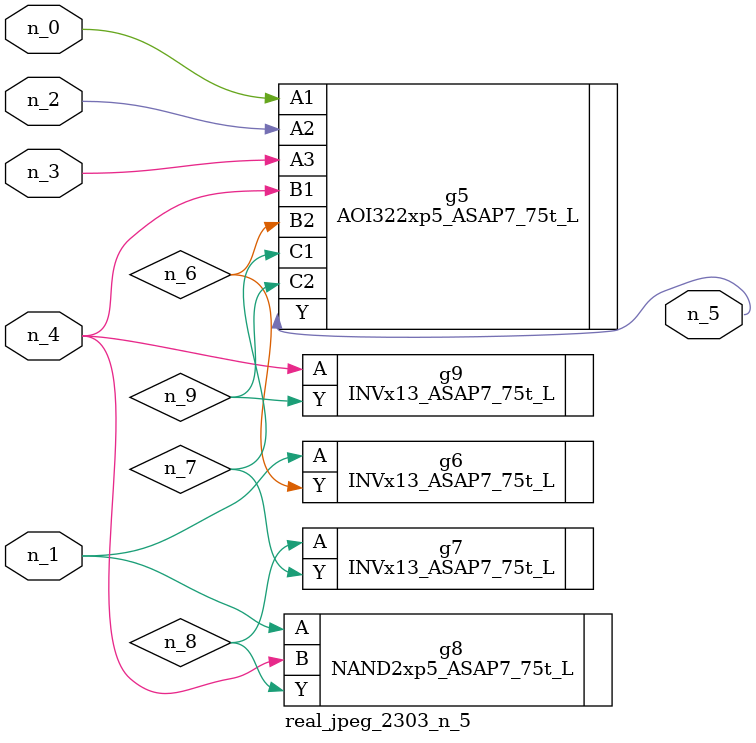
<source format=v>
module real_jpeg_2303_n_5 (n_4, n_0, n_1, n_2, n_3, n_5);

input n_4;
input n_0;
input n_1;
input n_2;
input n_3;

output n_5;

wire n_8;
wire n_6;
wire n_7;
wire n_9;

AOI322xp5_ASAP7_75t_L g5 ( 
.A1(n_0),
.A2(n_2),
.A3(n_3),
.B1(n_4),
.B2(n_6),
.C1(n_7),
.C2(n_9),
.Y(n_5)
);

INVx13_ASAP7_75t_L g6 ( 
.A(n_1),
.Y(n_6)
);

NAND2xp5_ASAP7_75t_L g8 ( 
.A(n_1),
.B(n_4),
.Y(n_8)
);

INVx13_ASAP7_75t_L g9 ( 
.A(n_4),
.Y(n_9)
);

INVx13_ASAP7_75t_L g7 ( 
.A(n_8),
.Y(n_7)
);


endmodule
</source>
